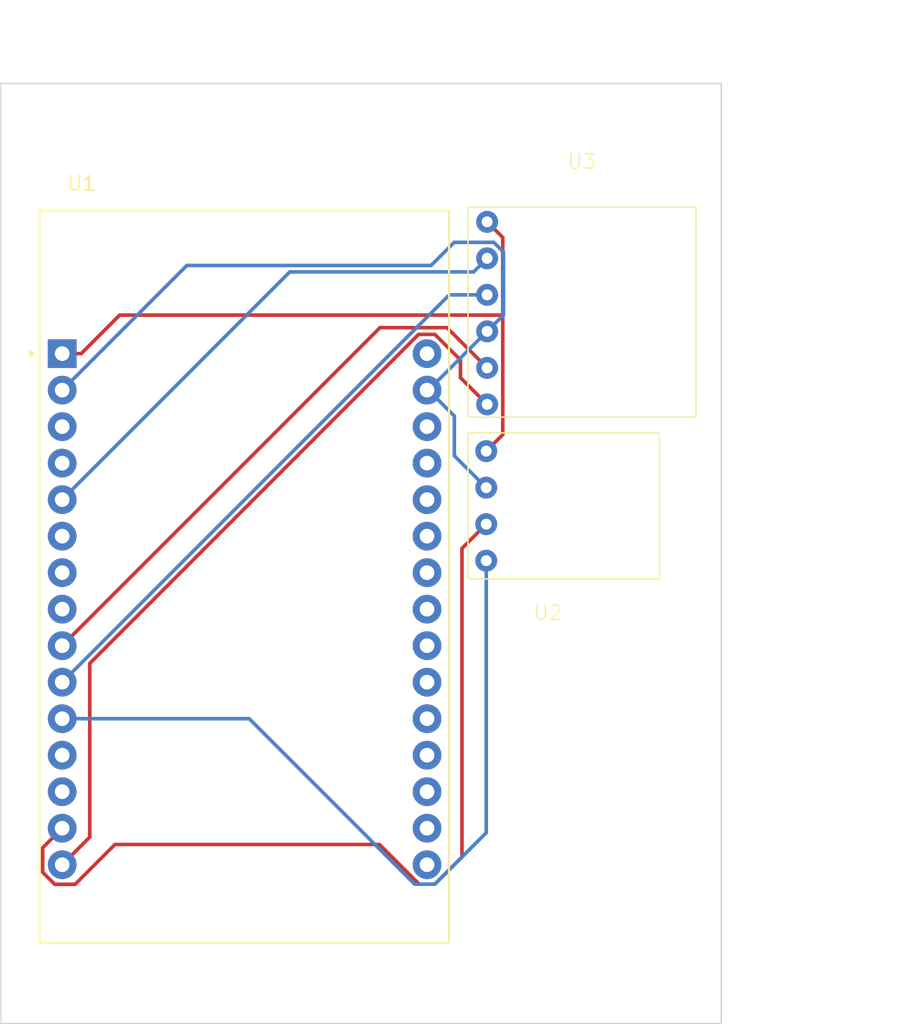
<source format=kicad_pcb>
(kicad_pcb (version 20221018) (generator pcbnew)
  (layers (0 "F.Cu" signal) (31 "B.Cu" signal) (34 "B.Paste" user) (35 "F.Paste" user) (36 "B.SilkS" user "B.Silkscreen") (37 "F.SilkS" user "F.Silkscreen") (38 "B.Mask" user) (39 "F.Mask" user) (44 "Edge.Cuts" user))
  (net 0 "")
  (net 1 "3.3v")
  (net 2 "GND")
  (net 5 "SPICS")
  (net 9 "SPIClk")
  (net 10 "SPIMiso")
  (net 11 "BMPSDA")
  (net 14 "BMPSCL")
  (net 15 "SPIMosi")
  (footprint "componentes_altprd:MODULE_ESP32_DEVKIT_V1" (layer "F.Cu") (at 122.39 98.445)
    (fp_text reference "U1" (at -11.355 -27.36) (layer "F.SilkS"))
    (fp_text value "ESP32-DEVKIT-V1")
    (fp_line (start -14.28 -25.475) (end -3.211 -25.475) (stroke (width 0.127)) (layer "F.SilkS"))
    (fp_line (start -14.28 -25.475) (end 14.23 -25.475) (stroke (width 0.127)) (layer "F.SilkS"))
    (fp_line (start -14.28 25.475) (end -14.28 -25.475) (stroke (width 0.127)) (layer "F.SilkS"))
    (fp_line (start -14.28 25.475) (end -14.28 -25.475) (stroke (width 0.127)) (layer "F.SilkS"))
    (fp_line (start -14.28 25.475) (end -8.91 25.475) (stroke (width 0.127)) (layer "F.SilkS"))
    (fp_line (start -8.91 25.475) (end 8.78 25.475) (stroke (width 0.127)) (layer "F.SilkS"))
    (fp_line (start -3.211 -25.475) (end 3.5 -25.475) (stroke (width 0.127)) (layer "F.SilkS"))
    (fp_line (start 3.5 -25.475) (end 14.23 -25.475) (stroke (width 0.127)) (layer "F.SilkS"))
    (fp_line (start 8.78 25.475) (end 14.23 25.475) (stroke (width 0.127)) (layer "F.SilkS"))
    (fp_line (start 14.23 -25.475) (end 14.23 25.475) (stroke (width 0.127)) (layer "F.SilkS"))
    (fp_line (start 14.23 -25.475) (end 14.23 25.475) (stroke (width 0.127)) (layer "F.SilkS"))
    (fp_line (start 14.23 25.475) (end -14.28 25.475) (stroke (width 0.127)) (layer "F.SilkS"))
    (fp_circle (center -14.85 -15.515) (end -14.75 -15.515) (stroke (width 0.2)) (fill none) (layer "F.SilkS"))
    (pad "" np_thru_hole circle (at -12.28 -23.475) (size 3 3) (drill 3) (layers "*.Cu" "*.Mask"))
    (pad "" np_thru_hole circle (at -12.28 23.475) (size 3 3) (drill 3) (layers "*.Cu" "*.Mask"))
    (pad "" np_thru_hole circle (at 12.23 -23.475) (size 3 3) (drill 3) (layers "*.Cu" "*.Mask"))
    (pad "" np_thru_hole circle (at 12.23 23.475) (size 3 3) (drill 3) (layers "*.Cu" "*.Mask"))
    (pad "1" thru_hole rect (at -12.7 -15.515) (size 2 2) (drill 1.02) (layers "*.Cu" "*.Mask") (net 1 "3.3v"))
    (pad "2" thru_hole circle (at -12.7 -12.975) (size 2 2) (drill 1.02) (layers "*.Cu" "*.Mask") (net 2 "GND"))
    (pad "3" thru_hole circle (at -12.7 -10.435) (size 2 2) (drill 1.02) (layers "*.Cu" "*.Mask"))
    (pad "4" thru_hole circle (at -12.7 -7.895) (size 2 2) (drill 1.02) (layers "*.Cu" "*.Mask"))
    (pad "5" thru_hole circle (at -12.7 -5.355) (size 2 2) (drill 1.02) (layers "*.Cu" "*.Mask") (net 5 "SPICS"))
    (pad "6" thru_hole circle (at -12.7 -2.815) (size 2 2) (drill 1.02) (layers "*.Cu" "*.Mask"))
    (pad "7" thru_hole circle (at -12.7 -0.275) (size 2 2) (drill 1.02) (layers "*.Cu" "*.Mask"))
    (pad "8" thru_hole circle (at -12.7 2.265) (size 2 2) (drill 1.02) (layers "*.Cu" "*.Mask"))
    (pad "9" thru_hole circle (at -12.7 4.805) (size 2 2) (drill 1.02) (layers "*.Cu" "*.Mask") (net 9 "SPIClk"))
    (pad "10" thru_hole circle (at -12.7 7.345) (size 2 2) (drill 1.02) (layers "*.Cu" "*.Mask") (net 10 "SPIMiso"))
    (pad "11" thru_hole circle (at -12.7 9.885) (size 2 2) (drill 1.02) (layers "*.Cu" "*.Mask") (net 11 "BMPSDA"))
    (pad "12" thru_hole circle (at -12.7 12.425) (size 2 2) (drill 1.02) (layers "*.Cu" "*.Mask"))
    (pad "13" thru_hole circle (at -12.7 14.965) (size 2 2) (drill 1.02) (layers "*.Cu" "*.Mask"))
    (pad "14" thru_hole circle (at -12.7 17.505) (size 2 2) (drill 1.02) (layers "*.Cu" "*.Mask") (net 14 "BMPSCL"))
    (pad "15" thru_hole circle (at -12.7 20.045) (size 2 2) (drill 1.02) (layers "*.Cu" "*.Mask") (net 15 "SPIMosi"))
    (pad "16" thru_hole circle (at 12.7 20.045) (size 2 2) (drill 1.02) (layers "*.Cu" "*.Mask"))
    (pad "17" thru_hole circle (at 12.7 17.505) (size 2 2) (drill 1.02) (layers "*.Cu" "*.Mask"))
    (pad "18" thru_hole circle (at 12.7 14.965) (size 2 2) (drill 1.02) (layers "*.Cu" "*.Mask"))
    (pad "19" thru_hole circle (at 12.7 12.425) (size 2 2) (drill 1.02) (layers "*.Cu" "*.Mask"))
    (pad "20" thru_hole circle (at 12.7 9.885) (size 2 2) (drill 1.02) (layers "*.Cu" "*.Mask"))
    (pad "21" thru_hole circle (at 12.7 7.345) (size 2 2) (drill 1.02) (layers "*.Cu" "*.Mask"))
    (pad "22" thru_hole circle (at 12.7 4.805) (size 2 2) (drill 1.02) (layers "*.Cu" "*.Mask"))
    (pad "23" thru_hole circle (at 12.7 2.265) (size 2 2) (drill 1.02) (layers "*.Cu" "*.Mask"))
    (pad "24" thru_hole circle (at 12.7 -0.275) (size 2 2) (drill 1.02) (layers "*.Cu" "*.Mask"))
    (pad "25" thru_hole circle (at 12.7 -2.815) (size 2 2) (drill 1.02) (layers "*.Cu" "*.Mask"))
    (pad "26" thru_hole circle (at 12.7 -5.355) (size 2 2) (drill 1.02) (layers "*.Cu" "*.Mask"))
    (pad "27" thru_hole circle (at 12.7 -7.895) (size 2 2) (drill 1.02) (layers "*.Cu" "*.Mask"))
    (pad "28" thru_hole circle (at 12.7 -10.435) (size 2 2) (drill 1.02) (layers "*.Cu" "*.Mask"))
    (pad "29" thru_hole circle (at 12.7 -12.975) (size 2 2) (drill 1.02) (layers "*.Cu" "*.Mask") (net 2 "GND"))
    (pad "30" thru_hole circle (at 12.7 -15.515) (size 2 2) (drill 1.02) (layers "*.Cu" "*.Mask"))
  )
  (footprint "componentes_altprd:W25Q32" (layer "F.Cu") (at 146.195 79.73)
    (fp_text reference "U3" (at -0.3175 -10.16 unlocked) (layer "F.SilkS") (effects (font (thickness 0.1))))
    (fp_text value "W25Q32")
    (fp_rect (start -8.255 -6.985) (end 7.62 7.62) (stroke (width 0.1)) (fill none) (layer "F.SilkS"))
    (pad "1" thru_hole circle (at -6.9215 -5.969) (size 1.524 1.524) (drill 0.762) (layers "*.Cu" "*.Mask") (net 1 "3.3v"))
    (pad "2" thru_hole circle (at -6.9215 -3.429) (size 1.524 1.524) (drill 0.762) (layers "*.Cu" "*.Mask") (net 5 "SPICS"))
    (pad "3" thru_hole circle (at -6.9215 -0.889) (size 1.524 1.524) (drill 0.762) (layers "*.Cu" "*.Mask") (net 10 "SPIMiso"))
    (pad "4" thru_hole circle (at -6.9215 1.651) (size 1.524 1.524) (drill 0.762) (layers "*.Cu" "*.Mask") (net 2 "GND"))
    (pad "5" thru_hole circle (at -6.9215 4.191) (size 1.524 1.524) (drill 0.762) (layers "*.Cu" "*.Mask") (net 9 "SPIClk"))
    (pad "6" thru_hole circle (at -6.9215 6.731) (size 1.524 1.524) (drill 0.762) (layers "*.Cu" "*.Mask") (net 15 "SPIMosi"))
  )
  (footprint "componentes_altprd:BMP180" (layer "F.Cu") (at 143.655 94.795)
    (fp_text reference "U2" (at -0.145 6.17 unlocked) (layer "F.SilkS") (effects (font (thickness 0.1))))
    (fp_text value "BMP180")
    (fp_rect (start -5.715 -6.35) (end 7.62 3.81) (stroke (width 0.1)) (fill none) (layer "F.SilkS"))
    (pad "1" thru_hole circle (at -4.445 -5.08) (size 1.524 1.524) (drill 0.762) (layers "*.Cu" "*.Mask") (net 1 "3.3v"))
    (pad "2" thru_hole circle (at -4.445 -2.54) (size 1.524 1.524) (drill 0.762) (layers "*.Cu" "*.Mask") (net 2 "GND"))
    (pad "3" thru_hole circle (at -4.445 0) (size 1.524 1.524) (drill 0.762) (layers "*.Cu" "*.Mask") (net 14 "BMPSCL"))
    (pad "4" thru_hole circle (at -4.445 2.54) (size 1.524 1.524) (drill 0.762) (layers "*.Cu" "*.Mask") (net 11 "BMPSDA"))
  )
  (gr_rect (start 105.41 64.135) (end 155.575 129.54) (stroke (width 0.1)) (fill none) (layer "Edge.Cuts"))
  (segment (start 139.21 89.715) (end 140.3631 88.5619) (width 0.25) (layer "F.Cu") (net 1))
  (segment (start 140.3631 80.2505) (end 113.6946 80.2505) (width 0.25) (layer "F.Cu") (net 1))
  (segment (start 140.3631 88.5619) (end 140.3631 80.2505) (width 0.25) (layer "F.Cu") (net 1))
  (segment (start 140.3631 74.8506) (end 139.2735 73.761) (width 0.25) (layer "F.Cu") (net 1))
  (segment (start 140.3631 80.2505) (end 140.3631 74.8506) (width 0.25) (layer "F.Cu") (net 1))
  (segment (start 113.6946 80.2505) (end 111.0151 82.93) (width 0.25) (layer "F.Cu") (net 1))
  (segment (start 109.69 82.93) (end 111.0151 82.93) (width 0.25) (layer "F.Cu") (net 1))
  (segment (start 135.1845 85.47) (end 135.09 85.47) (width 0.25) (layer "B.Cu") (net 2))
  (segment (start 139.7311 75.1874) (end 140.4153 75.8716) (width 0.25) (layer "B.Cu") (net 2))
  (segment (start 139.21 92.255) (end 136.9901 90.0351) (width 0.25) (layer "B.Cu") (net 2))
  (segment (start 139.2735 81.381) (end 135.1845 85.47) (width 0.25) (layer "B.Cu") (net 2))
  (segment (start 109.69 85.47) (end 118.3649 76.7951) (width 0.25) (layer "B.Cu") (net 2))
  (segment (start 136.9901 90.0351) (end 136.9901 87.2756) (width 0.25) (layer "B.Cu") (net 2))
  (segment (start 136.9837 75.1874) (end 139.7311 75.1874) (width 0.25) (layer "B.Cu") (net 2))
  (segment (start 140.4153 80.2392) (end 139.2735 81.381) (width 0.25) (layer "B.Cu") (net 2))
  (segment (start 140.4153 75.8716) (end 140.4153 80.2392) (width 0.25) (layer "B.Cu") (net 2))
  (segment (start 136.9901 87.2756) (end 135.1845 85.47) (width 0.25) (layer "B.Cu") (net 2))
  (segment (start 118.3649 76.7951) (end 135.376 76.7951) (width 0.25) (layer "B.Cu") (net 2))
  (segment (start 135.376 76.7951) (end 136.9837 75.1874) (width 0.25) (layer "B.Cu") (net 2))
  (segment (start 109.69 93.09) (end 125.5347 77.2453) (width 0.25) (layer "B.Cu") (net 5))
  (segment (start 138.3292 77.2453) (end 139.2735 76.301) (width 0.25) (layer "B.Cu") (net 5))
  (segment (start 125.5347 77.2453) (end 138.3292 77.2453) (width 0.25) (layer "B.Cu") (net 5))
  (segment (start 136.4772 81.1247) (end 131.8153 81.1247) (width 0.25) (layer "F.Cu") (net 9))
  (segment (start 139.2735 83.921) (end 136.4772 81.1247) (width 0.25) (layer "F.Cu") (net 9))
  (segment (start 131.8153 81.1247) (end 109.69 103.25) (width 0.25) (layer "F.Cu") (net 9))
  (segment (start 109.69 105.79) (end 136.639 78.841) (width 0.25) (layer "B.Cu") (net 10))
  (segment (start 136.639 78.841) (end 139.2735 78.841) (width 0.25) (layer "B.Cu") (net 10))
  (segment (start 134.2208 119.8411) (end 135.6342 119.8411) (width 0.25) (layer "B.Cu") (net 11))
  (segment (start 139.21 116.2653) (end 139.21 97.335) (width 0.25) (layer "B.Cu") (net 11))
  (segment (start 109.69 108.33) (end 122.7097 108.33) (width 0.25) (layer "B.Cu") (net 11))
  (segment (start 122.7097 108.33) (end 134.2208 119.8411) (width 0.25) (layer "B.Cu") (net 11))
  (segment (start 135.6342 119.8411) (end 139.21 116.2653) (width 0.25) (layer "B.Cu") (net 11))
  (segment (start 108.3312 117.3088) (end 109.69 115.95) (width 0.25) (layer "F.Cu") (net 14))
  (segment (start 108.3312 119.0171) (end 108.3312 117.3088) (width 0.25) (layer "F.Cu") (net 14))
  (segment (start 113.3615 117.0814) (end 110.5904 119.8525) (width 0.25) (layer "F.Cu") (net 14))
  (segment (start 131.7793 117.0814) (end 113.3615 117.0814) (width 0.25) (layer "F.Cu") (net 14))
  (segment (start 109.1666 119.8525) (end 108.3312 119.0171) (width 0.25) (layer "F.Cu") (net 14))
  (segment (start 137.5205 117.9549) (end 135.6343 119.8411) (width 0.25) (layer "F.Cu") (net 14))
  (segment (start 139.21 94.795) (end 137.5205 96.4845) (width 0.25) (layer "F.Cu") (net 14))
  (segment (start 134.539 119.8411) (end 131.7793 117.0814) (width 0.25) (layer "F.Cu") (net 14))
  (segment (start 137.5205 96.4845) (end 137.5205 117.9549) (width 0.25) (layer "F.Cu") (net 14))
  (segment (start 110.5904 119.8525) (end 109.1666 119.8525) (width 0.25) (layer "F.Cu") (net 14))
  (segment (start 135.6343 119.8411) (end 134.539 119.8411) (width 0.25) (layer "F.Cu") (net 14))
  (segment (start 111.6102 104.4816) (end 111.6102 116.5698) (width 0.25) (layer "F.Cu") (net 15))
  (segment (start 111.6102 116.5698) (end 109.69 118.49) (width 0.25) (layer "F.Cu") (net 15))
  (segment (start 134.5001 81.5917) (end 111.6102 104.4816) (width 0.25) (layer "F.Cu") (net 15))
  (segment (start 137.4146 84.6021) (end 137.4146 83.3721) (width 0.25) (layer "F.Cu") (net 15))
  (segment (start 135.6342 81.5917) (end 134.5001 81.5917) (width 0.25) (layer "F.Cu") (net 15))
  (segment (start 139.2735 86.461) (end 137.4146 84.6021) (width 0.25) (layer "F.Cu") (net 15))
  (segment (start 137.4146 83.3721) (end 135.6342 81.5917) (width 0.25) (layer "F.Cu") (net 15))
)
</source>
